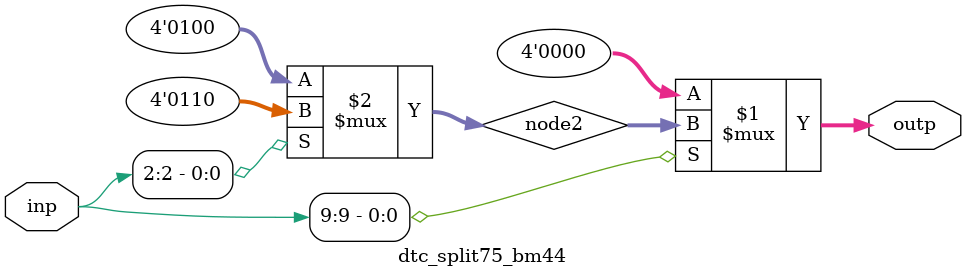
<source format=v>
module dtc_split75_bm44 (
	input  wire [10-1:0] inp,
	output wire [4-1:0] outp
);

	wire [4-1:0] node2;

	assign outp = (inp[9]) ? node2 : 4'b0000;
		assign node2 = (inp[2]) ? 4'b0110 : 4'b0100;

endmodule
</source>
